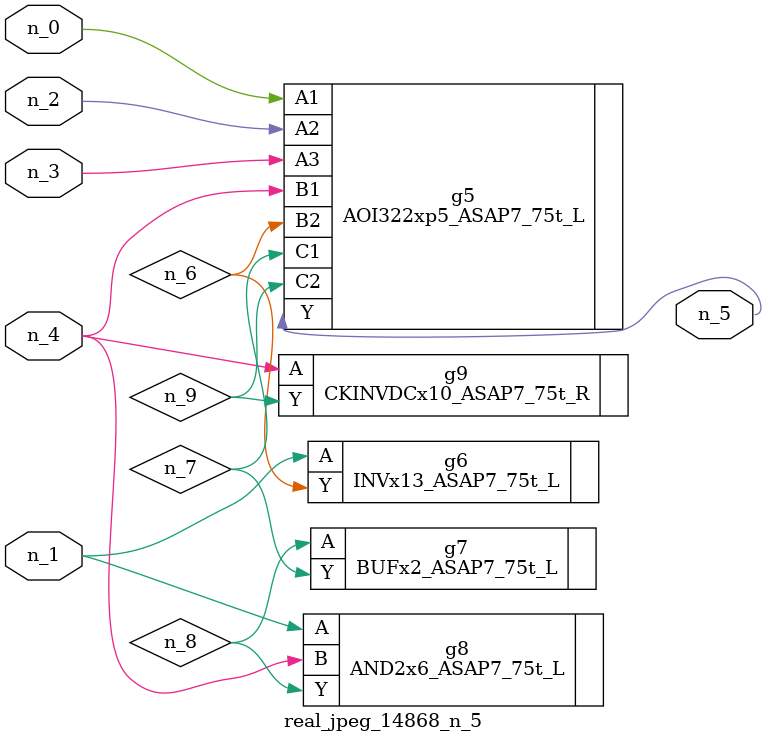
<source format=v>
module real_jpeg_14868_n_5 (n_4, n_0, n_1, n_2, n_3, n_5);

input n_4;
input n_0;
input n_1;
input n_2;
input n_3;

output n_5;

wire n_8;
wire n_6;
wire n_7;
wire n_9;

AOI322xp5_ASAP7_75t_L g5 ( 
.A1(n_0),
.A2(n_2),
.A3(n_3),
.B1(n_4),
.B2(n_6),
.C1(n_7),
.C2(n_9),
.Y(n_5)
);

INVx13_ASAP7_75t_L g6 ( 
.A(n_1),
.Y(n_6)
);

AND2x6_ASAP7_75t_L g8 ( 
.A(n_1),
.B(n_4),
.Y(n_8)
);

CKINVDCx10_ASAP7_75t_R g9 ( 
.A(n_4),
.Y(n_9)
);

BUFx2_ASAP7_75t_L g7 ( 
.A(n_8),
.Y(n_7)
);


endmodule
</source>
